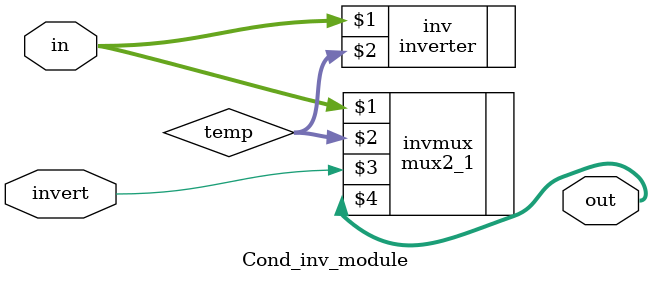
<source format=v>
`timescale 1ns / 1ps
module Cond_inv_module(
    input [7:0] in,
    output [7:0] out,
    input invert
    );
	wire [7:0] temp;
	inverter inv ( in, temp);
	mux2_1 invmux (in,temp,invert,out);
	


endmodule

</source>
